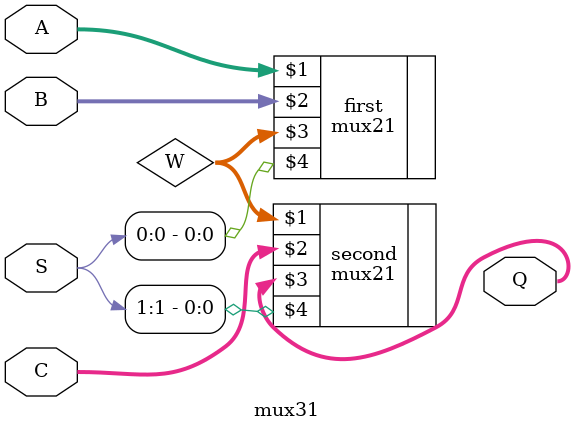
<source format=sv>
module mux31(A, B, C, Q, S);

   input logic[26:0] A, B, C;
   input logic [1:0] S;
   output logic [26:0] Q;

   logic [26:0]        W;

   mux21 first(A, B, W, S[0]);
   mux21 second(W, C, Q, S[1]);

endmodule // mux31

</source>
